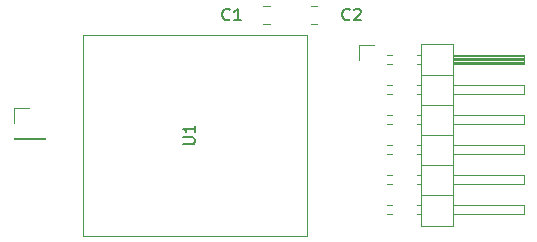
<source format=gbr>
%TF.GenerationSoftware,KiCad,Pcbnew,7.0.1*%
%TF.CreationDate,2023-04-28T09:32:53+02:00*%
%TF.ProjectId,CC1101_ANT,43433131-3031-45f4-914e-542e6b696361,rev?*%
%TF.SameCoordinates,Original*%
%TF.FileFunction,Legend,Top*%
%TF.FilePolarity,Positive*%
%FSLAX46Y46*%
G04 Gerber Fmt 4.6, Leading zero omitted, Abs format (unit mm)*
G04 Created by KiCad (PCBNEW 7.0.1) date 2023-04-28 09:32:53*
%MOMM*%
%LPD*%
G01*
G04 APERTURE LIST*
%ADD10C,0.150000*%
%ADD11C,0.120000*%
G04 APERTURE END LIST*
D10*
%TO.C,C1*%
X137628333Y-39737380D02*
X137580714Y-39785000D01*
X137580714Y-39785000D02*
X137437857Y-39832619D01*
X137437857Y-39832619D02*
X137342619Y-39832619D01*
X137342619Y-39832619D02*
X137199762Y-39785000D01*
X137199762Y-39785000D02*
X137104524Y-39689761D01*
X137104524Y-39689761D02*
X137056905Y-39594523D01*
X137056905Y-39594523D02*
X137009286Y-39404047D01*
X137009286Y-39404047D02*
X137009286Y-39261190D01*
X137009286Y-39261190D02*
X137056905Y-39070714D01*
X137056905Y-39070714D02*
X137104524Y-38975476D01*
X137104524Y-38975476D02*
X137199762Y-38880238D01*
X137199762Y-38880238D02*
X137342619Y-38832619D01*
X137342619Y-38832619D02*
X137437857Y-38832619D01*
X137437857Y-38832619D02*
X137580714Y-38880238D01*
X137580714Y-38880238D02*
X137628333Y-38927857D01*
X138580714Y-39832619D02*
X138009286Y-39832619D01*
X138295000Y-39832619D02*
X138295000Y-38832619D01*
X138295000Y-38832619D02*
X138199762Y-38975476D01*
X138199762Y-38975476D02*
X138104524Y-39070714D01*
X138104524Y-39070714D02*
X138009286Y-39118333D01*
%TO.C,U1*%
X133657619Y-50306904D02*
X134467142Y-50306904D01*
X134467142Y-50306904D02*
X134562380Y-50259285D01*
X134562380Y-50259285D02*
X134610000Y-50211666D01*
X134610000Y-50211666D02*
X134657619Y-50116428D01*
X134657619Y-50116428D02*
X134657619Y-49925952D01*
X134657619Y-49925952D02*
X134610000Y-49830714D01*
X134610000Y-49830714D02*
X134562380Y-49783095D01*
X134562380Y-49783095D02*
X134467142Y-49735476D01*
X134467142Y-49735476D02*
X133657619Y-49735476D01*
X134657619Y-48735476D02*
X134657619Y-49306904D01*
X134657619Y-49021190D02*
X133657619Y-49021190D01*
X133657619Y-49021190D02*
X133800476Y-49116428D01*
X133800476Y-49116428D02*
X133895714Y-49211666D01*
X133895714Y-49211666D02*
X133943333Y-49306904D01*
%TO.C,C2*%
X147788333Y-39737380D02*
X147740714Y-39785000D01*
X147740714Y-39785000D02*
X147597857Y-39832619D01*
X147597857Y-39832619D02*
X147502619Y-39832619D01*
X147502619Y-39832619D02*
X147359762Y-39785000D01*
X147359762Y-39785000D02*
X147264524Y-39689761D01*
X147264524Y-39689761D02*
X147216905Y-39594523D01*
X147216905Y-39594523D02*
X147169286Y-39404047D01*
X147169286Y-39404047D02*
X147169286Y-39261190D01*
X147169286Y-39261190D02*
X147216905Y-39070714D01*
X147216905Y-39070714D02*
X147264524Y-38975476D01*
X147264524Y-38975476D02*
X147359762Y-38880238D01*
X147359762Y-38880238D02*
X147502619Y-38832619D01*
X147502619Y-38832619D02*
X147597857Y-38832619D01*
X147597857Y-38832619D02*
X147740714Y-38880238D01*
X147740714Y-38880238D02*
X147788333Y-38927857D01*
X148169286Y-38927857D02*
X148216905Y-38880238D01*
X148216905Y-38880238D02*
X148312143Y-38832619D01*
X148312143Y-38832619D02*
X148550238Y-38832619D01*
X148550238Y-38832619D02*
X148645476Y-38880238D01*
X148645476Y-38880238D02*
X148693095Y-38927857D01*
X148693095Y-38927857D02*
X148740714Y-39023095D01*
X148740714Y-39023095D02*
X148740714Y-39118333D01*
X148740714Y-39118333D02*
X148693095Y-39261190D01*
X148693095Y-39261190D02*
X148121667Y-39832619D01*
X148121667Y-39832619D02*
X148740714Y-39832619D01*
D11*
%TO.C,J1*%
X156500000Y-45340000D02*
X162500000Y-45340000D01*
X153442929Y-43560000D02*
X153840000Y-43560000D01*
X162500000Y-43560000D02*
X156500000Y-43560000D01*
X153442929Y-50420000D02*
X153840000Y-50420000D01*
X162500000Y-51180000D02*
X156500000Y-51180000D01*
X150902929Y-56260000D02*
X151357071Y-56260000D01*
X150902929Y-47880000D02*
X151357071Y-47880000D01*
X156500000Y-42980000D02*
X162500000Y-42980000D01*
X153840000Y-57210000D02*
X156500000Y-57210000D01*
X153840000Y-41850000D02*
X153840000Y-57210000D01*
X150902929Y-50420000D02*
X151357071Y-50420000D01*
X156500000Y-42860000D02*
X162500000Y-42860000D01*
X150902929Y-52960000D02*
X151357071Y-52960000D01*
X153840000Y-52070000D02*
X156500000Y-52070000D01*
X150902929Y-55500000D02*
X151357071Y-55500000D01*
X153442929Y-45340000D02*
X153840000Y-45340000D01*
X148590000Y-41910000D02*
X149860000Y-41910000D01*
X153840000Y-49530000D02*
X156500000Y-49530000D01*
X156500000Y-55500000D02*
X162500000Y-55500000D01*
X153442929Y-42800000D02*
X153840000Y-42800000D01*
X156500000Y-43100000D02*
X162500000Y-43100000D01*
X162500000Y-42800000D02*
X162500000Y-43560000D01*
X162500000Y-48640000D02*
X156500000Y-48640000D01*
X156500000Y-57210000D02*
X156500000Y-41850000D01*
X148590000Y-43180000D02*
X148590000Y-41910000D01*
X162500000Y-52960000D02*
X162500000Y-53720000D01*
X156500000Y-42800000D02*
X162500000Y-42800000D01*
X156500000Y-43460000D02*
X162500000Y-43460000D01*
X162500000Y-50420000D02*
X162500000Y-51180000D01*
X162500000Y-46100000D02*
X156500000Y-46100000D01*
X153442929Y-55500000D02*
X153840000Y-55500000D01*
X156500000Y-50420000D02*
X162500000Y-50420000D01*
X150970000Y-42800000D02*
X151357071Y-42800000D01*
X156500000Y-43340000D02*
X162500000Y-43340000D01*
X150970000Y-43560000D02*
X151357071Y-43560000D01*
X150902929Y-51180000D02*
X151357071Y-51180000D01*
X153442929Y-51180000D02*
X153840000Y-51180000D01*
X153840000Y-44450000D02*
X156500000Y-44450000D01*
X153442929Y-48640000D02*
X153840000Y-48640000D01*
X153442929Y-56260000D02*
X153840000Y-56260000D01*
X162500000Y-56260000D02*
X156500000Y-56260000D01*
X150902929Y-48640000D02*
X151357071Y-48640000D01*
X150902929Y-46100000D02*
X151357071Y-46100000D01*
X162500000Y-55500000D02*
X162500000Y-56260000D01*
X156500000Y-43220000D02*
X162500000Y-43220000D01*
X153442929Y-53720000D02*
X153840000Y-53720000D01*
X150902929Y-53720000D02*
X151357071Y-53720000D01*
X162500000Y-53720000D02*
X156500000Y-53720000D01*
X162500000Y-45340000D02*
X162500000Y-46100000D01*
X153840000Y-46990000D02*
X156500000Y-46990000D01*
X153840000Y-54610000D02*
X156500000Y-54610000D01*
X156500000Y-47880000D02*
X162500000Y-47880000D01*
X153442929Y-52960000D02*
X153840000Y-52960000D01*
X156500000Y-41850000D02*
X153840000Y-41850000D01*
X156500000Y-52960000D02*
X162500000Y-52960000D01*
X162500000Y-47880000D02*
X162500000Y-48640000D01*
X153442929Y-47880000D02*
X153840000Y-47880000D01*
X153442929Y-46100000D02*
X153840000Y-46100000D01*
X150902929Y-45340000D02*
X151357071Y-45340000D01*
%TO.C,J2*%
X119320000Y-47215000D02*
X120650000Y-47215000D01*
X119320000Y-49815000D02*
X121980000Y-49815000D01*
X119320000Y-49875000D02*
X121980000Y-49875000D01*
X121980000Y-49815000D02*
X121980000Y-49875000D01*
X119320000Y-49815000D02*
X119320000Y-49875000D01*
X119320000Y-48545000D02*
X119320000Y-47215000D01*
%TO.C,C1*%
X140998752Y-40105000D02*
X140476248Y-40105000D01*
X140998752Y-38635000D02*
X140476248Y-38635000D01*
%TO.C,U1*%
X125245000Y-58045000D02*
X144145000Y-58045000D01*
X144145000Y-58045000D02*
X144145000Y-41045000D01*
X144145000Y-41045000D02*
X125245000Y-41045000D01*
X125245000Y-41045000D02*
X125245000Y-58045000D01*
%TO.C,C2*%
X144518748Y-38635000D02*
X145041252Y-38635000D01*
X144518748Y-40105000D02*
X145041252Y-40105000D01*
%TD*%
M02*

</source>
